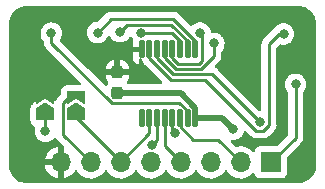
<source format=gtl>
G04 #@! TF.GenerationSoftware,KiCad,Pcbnew,(6.0.0)*
G04 #@! TF.CreationDate,2023-12-03T01:04:49-08:00*
G04 #@! TF.ProjectId,8BitSerialDACBoard,38426974-5365-4726-9961-6c444143426f,rev?*
G04 #@! TF.SameCoordinates,Original*
G04 #@! TF.FileFunction,Copper,L1,Top*
G04 #@! TF.FilePolarity,Positive*
%FSLAX46Y46*%
G04 Gerber Fmt 4.6, Leading zero omitted, Abs format (unit mm)*
G04 Created by KiCad (PCBNEW (6.0.0)) date 2023-12-03 01:04:49*
%MOMM*%
%LPD*%
G01*
G04 APERTURE LIST*
G04 Aperture macros list*
%AMRoundRect*
0 Rectangle with rounded corners*
0 $1 Rounding radius*
0 $2 $3 $4 $5 $6 $7 $8 $9 X,Y pos of 4 corners*
0 Add a 4 corners polygon primitive as box body*
4,1,4,$2,$3,$4,$5,$6,$7,$8,$9,$2,$3,0*
0 Add four circle primitives for the rounded corners*
1,1,$1+$1,$2,$3*
1,1,$1+$1,$4,$5*
1,1,$1+$1,$6,$7*
1,1,$1+$1,$8,$9*
0 Add four rect primitives between the rounded corners*
20,1,$1+$1,$2,$3,$4,$5,0*
20,1,$1+$1,$4,$5,$6,$7,0*
20,1,$1+$1,$6,$7,$8,$9,0*
20,1,$1+$1,$8,$9,$2,$3,0*%
%AMFreePoly0*
4,1,6,0.500000,-0.750000,-0.650000,-0.750000,-0.150000,0.000000,-0.650000,0.750000,0.500000,0.750000,0.500000,-0.750000,0.500000,-0.750000,$1*%
%AMFreePoly1*
4,1,6,1.000000,0.000000,0.500000,-0.750000,-0.500000,-0.750000,-0.500000,0.750000,0.500000,0.750000,1.000000,0.000000,1.000000,0.000000,$1*%
G04 Aperture macros list end*
G04 #@! TA.AperFunction,SMDPad,CuDef*
%ADD10RoundRect,0.112500X-0.112500X0.637500X-0.112500X-0.637500X0.112500X-0.637500X0.112500X0.637500X0*%
G04 #@! TD*
G04 #@! TA.AperFunction,SMDPad,CuDef*
%ADD11FreePoly0,90.000000*%
G04 #@! TD*
G04 #@! TA.AperFunction,SMDPad,CuDef*
%ADD12FreePoly1,90.000000*%
G04 #@! TD*
G04 #@! TA.AperFunction,ComponentPad*
%ADD13R,1.700000X1.700000*%
G04 #@! TD*
G04 #@! TA.AperFunction,ComponentPad*
%ADD14O,1.700000X1.700000*%
G04 #@! TD*
G04 #@! TA.AperFunction,SMDPad,CuDef*
%ADD15RoundRect,0.237500X0.237500X-0.300000X0.237500X0.300000X-0.237500X0.300000X-0.237500X-0.300000X0*%
G04 #@! TD*
G04 #@! TA.AperFunction,ViaPad*
%ADD16C,0.800000*%
G04 #@! TD*
G04 #@! TA.AperFunction,Conductor*
%ADD17C,0.250000*%
G04 #@! TD*
G04 #@! TA.AperFunction,Conductor*
%ADD18C,0.500000*%
G04 #@! TD*
G04 APERTURE END LIST*
D10*
X142980000Y-91730000D03*
X142330000Y-91730000D03*
X141680000Y-91730000D03*
X141030000Y-91730000D03*
X140380000Y-91730000D03*
X139730000Y-91730000D03*
X139080000Y-91730000D03*
X138430000Y-91730000D03*
X138430000Y-97530000D03*
X139080000Y-97530000D03*
X139730000Y-97530000D03*
X140380000Y-97530000D03*
X141030000Y-97530000D03*
X141680000Y-97530000D03*
X142330000Y-97530000D03*
X142980000Y-97530000D03*
D11*
X130290000Y-95785000D03*
D12*
X130290000Y-97235000D03*
D11*
X132850000Y-95785000D03*
D12*
X132850000Y-97235000D03*
D13*
X149370000Y-101300000D03*
D14*
X146830000Y-101300000D03*
X144290000Y-101300000D03*
X141750000Y-101300000D03*
X139210000Y-101300000D03*
X136670000Y-101300000D03*
X134130000Y-101300000D03*
X131590000Y-101300000D03*
D15*
X136390000Y-95400000D03*
X136390000Y-93675000D03*
D16*
X133450000Y-88450000D03*
X146400000Y-88510000D03*
X152580000Y-102170000D03*
X152610000Y-89040000D03*
X152780000Y-94540000D03*
X152800000Y-96570000D03*
X128120000Y-96160000D03*
X128210000Y-101960000D03*
X128160000Y-94290000D03*
X128250000Y-89070000D03*
X146190000Y-98480000D03*
X130290000Y-98650000D03*
X141233482Y-98826120D03*
X139303322Y-99853504D03*
X143380000Y-90340000D03*
X144548897Y-91228306D03*
X148450000Y-97890000D03*
X151470000Y-94700000D03*
X150450000Y-90420000D03*
X138420000Y-90350000D03*
X130790000Y-90360000D03*
X134710000Y-90310000D03*
X136600000Y-90230000D03*
D17*
X144389040Y-93829040D02*
X148450000Y-97890000D01*
X141111001Y-93829040D02*
X144389040Y-93829040D01*
D18*
X145240000Y-97530000D02*
X146190000Y-98480000D01*
X142980000Y-97530000D02*
X145240000Y-97530000D01*
D17*
X132295000Y-95785000D02*
X132850000Y-95785000D01*
X131775480Y-96304520D02*
X132295000Y-95785000D01*
X131775480Y-98945480D02*
X131775480Y-96304520D01*
X134130000Y-101300000D02*
X131775480Y-98945480D01*
X130290000Y-98650000D02*
X130290000Y-97235000D01*
X141030000Y-98622638D02*
X141233482Y-98826120D01*
X141030000Y-97530000D02*
X141030000Y-98622638D01*
X139730000Y-99426826D02*
X139303322Y-99853504D01*
X139730000Y-97530000D02*
X139730000Y-99426826D01*
X139080000Y-98815386D02*
X139080000Y-97530000D01*
X136670000Y-101225386D02*
X139080000Y-98815386D01*
X136670000Y-101300000D02*
X136670000Y-101225386D01*
X132850000Y-97480000D02*
X136670000Y-101300000D01*
X132850000Y-97235000D02*
X132850000Y-97480000D01*
X130790000Y-91150000D02*
X130790000Y-90360000D01*
X135902020Y-96262020D02*
X130790000Y-91150000D01*
X141638638Y-96262020D02*
X135902020Y-96262020D01*
X142330000Y-97530000D02*
X142330000Y-96953382D01*
X142330000Y-96953382D02*
X141638638Y-96262020D01*
D18*
X141730533Y-95400000D02*
X136390000Y-95400000D01*
X142980000Y-96649467D02*
X141730533Y-95400000D01*
X142980000Y-97530000D02*
X142980000Y-96649467D01*
D17*
X141680000Y-98248039D02*
X141680000Y-97530000D01*
X142811961Y-99380000D02*
X141680000Y-98248039D01*
X144910000Y-99380000D02*
X142811961Y-99380000D01*
X146830000Y-101300000D02*
X144910000Y-99380000D01*
X141750000Y-101300000D02*
X140380000Y-99930000D01*
X140380000Y-99930000D02*
X140380000Y-97530000D01*
X151470000Y-99200000D02*
X151470000Y-94700000D01*
X149370000Y-101300000D02*
X151470000Y-99200000D01*
X149220000Y-98144614D02*
X149220000Y-91310000D01*
X148750103Y-98614511D02*
X149220000Y-98144614D01*
X148149897Y-98614511D02*
X148750103Y-98614511D01*
X143813946Y-94278560D02*
X148149897Y-98614511D01*
X149220000Y-91310000D02*
X150110000Y-90420000D01*
X150110000Y-90420000D02*
X150450000Y-90420000D01*
X140910521Y-94278560D02*
X143813946Y-94278560D01*
X139080000Y-92448039D02*
X140910521Y-94278560D01*
X139080000Y-91730000D02*
X139080000Y-92448039D01*
X139730000Y-92448039D02*
X141111001Y-93829040D01*
X139730000Y-91730000D02*
X139730000Y-92448039D01*
X144548897Y-92318897D02*
X144548897Y-91228306D01*
X143488274Y-93379520D02*
X144548897Y-92318897D01*
X140380000Y-92448039D02*
X141311481Y-93379520D01*
X140380000Y-91730000D02*
X140380000Y-92448039D01*
X141311481Y-93379520D02*
X143488274Y-93379520D01*
X141030000Y-92448039D02*
X141030000Y-91730000D01*
X141511961Y-92930000D02*
X141030000Y-92448039D01*
X143529520Y-90489520D02*
X143529520Y-92700480D01*
X143529520Y-92700480D02*
X143300000Y-92930000D01*
X143300000Y-92930000D02*
X141511961Y-92930000D01*
X143380000Y-90340000D02*
X143529520Y-90489520D01*
X141128039Y-89160000D02*
X135860000Y-89160000D01*
X135860000Y-89160000D02*
X134710000Y-90310000D01*
X142980000Y-91011961D02*
X141128039Y-89160000D01*
X142980000Y-91730000D02*
X142980000Y-91011961D01*
X137204511Y-89625489D02*
X136600000Y-90230000D01*
X140943528Y-89625489D02*
X137204511Y-89625489D01*
X142330000Y-91011961D02*
X140943528Y-89625489D01*
X142330000Y-91730000D02*
X142330000Y-91011961D01*
X141018039Y-90350000D02*
X138420000Y-90350000D01*
X141680000Y-91730000D02*
X141680000Y-91011961D01*
X141680000Y-91011961D02*
X141018039Y-90350000D01*
G04 #@! TA.AperFunction,Conductor*
G36*
X151690056Y-88049500D02*
G01*
X151691431Y-88049714D01*
X151704859Y-88051805D01*
X151704861Y-88051805D01*
X151713730Y-88053186D01*
X151722632Y-88052022D01*
X151722634Y-88052022D01*
X151728959Y-88051195D01*
X151754282Y-88050452D01*
X151900552Y-88060913D01*
X151923343Y-88062543D01*
X151941137Y-88065101D01*
X152131540Y-88106521D01*
X152148788Y-88111586D01*
X152331358Y-88179682D01*
X152347710Y-88187149D01*
X152413020Y-88222810D01*
X152518734Y-88280534D01*
X152533848Y-88290248D01*
X152623683Y-88357497D01*
X152689842Y-88407023D01*
X152703428Y-88418796D01*
X152841204Y-88556572D01*
X152852977Y-88570158D01*
X152969752Y-88726152D01*
X152979466Y-88741266D01*
X153037190Y-88846980D01*
X153072851Y-88912290D01*
X153080318Y-88928642D01*
X153148414Y-89111212D01*
X153153480Y-89128462D01*
X153194899Y-89318863D01*
X153197457Y-89336658D01*
X153208497Y-89491017D01*
X153209041Y-89498629D01*
X153208297Y-89516533D01*
X153208195Y-89524858D01*
X153206814Y-89533730D01*
X153207978Y-89542632D01*
X153207978Y-89542635D01*
X153210936Y-89565251D01*
X153212000Y-89581589D01*
X153212000Y-101470310D01*
X153211032Y-101485895D01*
X153206861Y-101519357D01*
X153208295Y-101528216D01*
X153208295Y-101528219D01*
X153209295Y-101534394D01*
X153210805Y-101559774D01*
X153203840Y-101726883D01*
X153201779Y-101744921D01*
X153166206Y-101934095D01*
X153161574Y-101951650D01*
X153099181Y-102133752D01*
X153092074Y-102150458D01*
X153004162Y-102321697D01*
X152994728Y-102337208D01*
X152899587Y-102470896D01*
X152883117Y-102494038D01*
X152871554Y-102508031D01*
X152818246Y-102563812D01*
X152738560Y-102647195D01*
X152725103Y-102659383D01*
X152573493Y-102777986D01*
X152558427Y-102788112D01*
X152501513Y-102820671D01*
X152391340Y-102883698D01*
X152374987Y-102891548D01*
X152195883Y-102962136D01*
X152178565Y-102967555D01*
X151991200Y-103011663D01*
X151973275Y-103014540D01*
X151904278Y-103020558D01*
X151813712Y-103028456D01*
X151796498Y-103028003D01*
X151796498Y-103028004D01*
X151787527Y-103028028D01*
X151778632Y-103026778D01*
X151751762Y-103030699D01*
X151733625Y-103032020D01*
X149519113Y-103032980D01*
X128755447Y-103041982D01*
X128739166Y-103040933D01*
X128721437Y-103038631D01*
X128707492Y-103036820D01*
X128698630Y-103038208D01*
X128698625Y-103038208D01*
X128692536Y-103039162D01*
X128667076Y-103040538D01*
X128502050Y-103032715D01*
X128483882Y-103030523D01*
X128297052Y-102994062D01*
X128279393Y-102989262D01*
X128202233Y-102962133D01*
X128099809Y-102926121D01*
X128083036Y-102918815D01*
X127914502Y-102830332D01*
X127898959Y-102820671D01*
X127745006Y-102708698D01*
X127731038Y-102696897D01*
X127594932Y-102563809D01*
X127582815Y-102550102D01*
X127467422Y-102398701D01*
X127457416Y-102383380D01*
X127365175Y-102216869D01*
X127357493Y-102200259D01*
X127290345Y-102022143D01*
X127285150Y-102004597D01*
X127264390Y-101909603D01*
X127244508Y-101818623D01*
X127241911Y-101800513D01*
X127230885Y-101642785D01*
X127231639Y-101625600D01*
X127231623Y-101625600D01*
X127231759Y-101616625D01*
X127233166Y-101607756D01*
X127229017Y-101575297D01*
X127228550Y-101567966D01*
X130258257Y-101567966D01*
X130288565Y-101702446D01*
X130291645Y-101712275D01*
X130371770Y-101909603D01*
X130376413Y-101918794D01*
X130487694Y-102100388D01*
X130493777Y-102108699D01*
X130633213Y-102269667D01*
X130640580Y-102276883D01*
X130804434Y-102412916D01*
X130812881Y-102418831D01*
X130996756Y-102526279D01*
X131006042Y-102530729D01*
X131205001Y-102606703D01*
X131214899Y-102609579D01*
X131318250Y-102630606D01*
X131332299Y-102629410D01*
X131336000Y-102619065D01*
X131336000Y-101572115D01*
X131331525Y-101556876D01*
X131330135Y-101555671D01*
X131322452Y-101554000D01*
X130273225Y-101554000D01*
X130259694Y-101557973D01*
X130258257Y-101567966D01*
X127228550Y-101567966D01*
X127228000Y-101559321D01*
X127228000Y-101034183D01*
X130254389Y-101034183D01*
X130255912Y-101042607D01*
X130268292Y-101046000D01*
X131317885Y-101046000D01*
X131333124Y-101041525D01*
X131334329Y-101040135D01*
X131336000Y-101032452D01*
X131336000Y-99983102D01*
X131332082Y-99969758D01*
X131317806Y-99967771D01*
X131279324Y-99973660D01*
X131269288Y-99976051D01*
X131066868Y-100042212D01*
X131057359Y-100046209D01*
X130868463Y-100144542D01*
X130859738Y-100150036D01*
X130689433Y-100277905D01*
X130681726Y-100284748D01*
X130534590Y-100438717D01*
X130528104Y-100446727D01*
X130408098Y-100622649D01*
X130403000Y-100631623D01*
X130313338Y-100824783D01*
X130309775Y-100834470D01*
X130254389Y-101034183D01*
X127228000Y-101034183D01*
X127228000Y-97735000D01*
X129026271Y-97735000D01*
X129031500Y-97808111D01*
X129072696Y-97948411D01*
X129077567Y-97955990D01*
X129146878Y-98063841D01*
X129146880Y-98063844D01*
X129151750Y-98071421D01*
X129158560Y-98077322D01*
X129255445Y-98161274D01*
X129255448Y-98161276D01*
X129262257Y-98167176D01*
X129270454Y-98170920D01*
X129270455Y-98170920D01*
X129359773Y-98211710D01*
X129413429Y-98258203D01*
X129433431Y-98326324D01*
X129427264Y-98365260D01*
X129414147Y-98405632D01*
X129396458Y-98460072D01*
X129395768Y-98466633D01*
X129395768Y-98466635D01*
X129389559Y-98525712D01*
X129376496Y-98650000D01*
X129377186Y-98656565D01*
X129393362Y-98810467D01*
X129396458Y-98839928D01*
X129455473Y-99021556D01*
X129458776Y-99027278D01*
X129458777Y-99027279D01*
X129482385Y-99068169D01*
X129550960Y-99186944D01*
X129555378Y-99191851D01*
X129555379Y-99191852D01*
X129629168Y-99273803D01*
X129678747Y-99328866D01*
X129759645Y-99387642D01*
X129814337Y-99427378D01*
X129833248Y-99441118D01*
X129839276Y-99443802D01*
X129839278Y-99443803D01*
X129985420Y-99508869D01*
X130007712Y-99518794D01*
X130101112Y-99538647D01*
X130188056Y-99557128D01*
X130188061Y-99557128D01*
X130194513Y-99558500D01*
X130385487Y-99558500D01*
X130391939Y-99557128D01*
X130391944Y-99557128D01*
X130478888Y-99538647D01*
X130572288Y-99518794D01*
X130594580Y-99508869D01*
X130740722Y-99443803D01*
X130740724Y-99443802D01*
X130746752Y-99441118D01*
X130765664Y-99427378D01*
X130820355Y-99387642D01*
X130901253Y-99328866D01*
X130950832Y-99273803D01*
X131004678Y-99214001D01*
X131065124Y-99176761D01*
X131136108Y-99178113D01*
X131195092Y-99217627D01*
X131208031Y-99239420D01*
X131209193Y-99238781D01*
X131213007Y-99245720D01*
X131215928Y-99253097D01*
X131220590Y-99259513D01*
X131220590Y-99259514D01*
X131241916Y-99288867D01*
X131248432Y-99298787D01*
X131266221Y-99328866D01*
X131270938Y-99336842D01*
X131285259Y-99351163D01*
X131298099Y-99366196D01*
X131310008Y-99382587D01*
X131316112Y-99387637D01*
X131316117Y-99387642D01*
X131344078Y-99410773D01*
X131352859Y-99418763D01*
X131807975Y-99873880D01*
X131842000Y-99936192D01*
X131840697Y-99965795D01*
X131844000Y-99965795D01*
X131844000Y-102618517D01*
X131848064Y-102632359D01*
X131861478Y-102634393D01*
X131868184Y-102633534D01*
X131878262Y-102631392D01*
X132082255Y-102570191D01*
X132091842Y-102566433D01*
X132283095Y-102472739D01*
X132291945Y-102467464D01*
X132465328Y-102343792D01*
X132473200Y-102337139D01*
X132624052Y-102186812D01*
X132630730Y-102178965D01*
X132758022Y-102001819D01*
X132759279Y-102002722D01*
X132806373Y-101959362D01*
X132876311Y-101947145D01*
X132941751Y-101974678D01*
X132969579Y-102006511D01*
X132979158Y-102022143D01*
X133029987Y-102105088D01*
X133176250Y-102273938D01*
X133348126Y-102416632D01*
X133541000Y-102529338D01*
X133749692Y-102609030D01*
X133754760Y-102610061D01*
X133754763Y-102610062D01*
X133849862Y-102629410D01*
X133968597Y-102653567D01*
X133973772Y-102653757D01*
X133973774Y-102653757D01*
X134186673Y-102661564D01*
X134186677Y-102661564D01*
X134191837Y-102661753D01*
X134196957Y-102661097D01*
X134196959Y-102661097D01*
X134408288Y-102634025D01*
X134408289Y-102634025D01*
X134413416Y-102633368D01*
X134418366Y-102631883D01*
X134622429Y-102570661D01*
X134622434Y-102570659D01*
X134627384Y-102569174D01*
X134827994Y-102470896D01*
X135009860Y-102341173D01*
X135168096Y-102183489D01*
X135188509Y-102155082D01*
X135298453Y-102002077D01*
X135299776Y-102003028D01*
X135346645Y-101959857D01*
X135416580Y-101947625D01*
X135482026Y-101975144D01*
X135509875Y-102006994D01*
X135519158Y-102022143D01*
X135569987Y-102105088D01*
X135716250Y-102273938D01*
X135888126Y-102416632D01*
X136081000Y-102529338D01*
X136289692Y-102609030D01*
X136294760Y-102610061D01*
X136294763Y-102610062D01*
X136389862Y-102629410D01*
X136508597Y-102653567D01*
X136513772Y-102653757D01*
X136513774Y-102653757D01*
X136726673Y-102661564D01*
X136726677Y-102661564D01*
X136731837Y-102661753D01*
X136736957Y-102661097D01*
X136736959Y-102661097D01*
X136948288Y-102634025D01*
X136948289Y-102634025D01*
X136953416Y-102633368D01*
X136958366Y-102631883D01*
X137162429Y-102570661D01*
X137162434Y-102570659D01*
X137167384Y-102569174D01*
X137367994Y-102470896D01*
X137549860Y-102341173D01*
X137708096Y-102183489D01*
X137728509Y-102155082D01*
X137838453Y-102002077D01*
X137839776Y-102003028D01*
X137886645Y-101959857D01*
X137956580Y-101947625D01*
X138022026Y-101975144D01*
X138049875Y-102006994D01*
X138059158Y-102022143D01*
X138109987Y-102105088D01*
X138256250Y-102273938D01*
X138428126Y-102416632D01*
X138621000Y-102529338D01*
X138829692Y-102609030D01*
X138834760Y-102610061D01*
X138834763Y-102610062D01*
X138929862Y-102629410D01*
X139048597Y-102653567D01*
X139053772Y-102653757D01*
X139053774Y-102653757D01*
X139266673Y-102661564D01*
X139266677Y-102661564D01*
X139271837Y-102661753D01*
X139276957Y-102661097D01*
X139276959Y-102661097D01*
X139488288Y-102634025D01*
X139488289Y-102634025D01*
X139493416Y-102633368D01*
X139498366Y-102631883D01*
X139702429Y-102570661D01*
X139702434Y-102570659D01*
X139707384Y-102569174D01*
X139907994Y-102470896D01*
X140089860Y-102341173D01*
X140248096Y-102183489D01*
X140268509Y-102155082D01*
X140378453Y-102002077D01*
X140379776Y-102003028D01*
X140426645Y-101959857D01*
X140496580Y-101947625D01*
X140562026Y-101975144D01*
X140589875Y-102006994D01*
X140599158Y-102022143D01*
X140649987Y-102105088D01*
X140796250Y-102273938D01*
X140968126Y-102416632D01*
X141161000Y-102529338D01*
X141369692Y-102609030D01*
X141374760Y-102610061D01*
X141374763Y-102610062D01*
X141469862Y-102629410D01*
X141588597Y-102653567D01*
X141593772Y-102653757D01*
X141593774Y-102653757D01*
X141806673Y-102661564D01*
X141806677Y-102661564D01*
X141811837Y-102661753D01*
X141816957Y-102661097D01*
X141816959Y-102661097D01*
X142028288Y-102634025D01*
X142028289Y-102634025D01*
X142033416Y-102633368D01*
X142038366Y-102631883D01*
X142242429Y-102570661D01*
X142242434Y-102570659D01*
X142247384Y-102569174D01*
X142447994Y-102470896D01*
X142629860Y-102341173D01*
X142788096Y-102183489D01*
X142808509Y-102155082D01*
X142918453Y-102002077D01*
X142919776Y-102003028D01*
X142966645Y-101959857D01*
X143036580Y-101947625D01*
X143102026Y-101975144D01*
X143129875Y-102006994D01*
X143139158Y-102022143D01*
X143189987Y-102105088D01*
X143336250Y-102273938D01*
X143508126Y-102416632D01*
X143701000Y-102529338D01*
X143909692Y-102609030D01*
X143914760Y-102610061D01*
X143914763Y-102610062D01*
X144009862Y-102629410D01*
X144128597Y-102653567D01*
X144133772Y-102653757D01*
X144133774Y-102653757D01*
X144346673Y-102661564D01*
X144346677Y-102661564D01*
X144351837Y-102661753D01*
X144356957Y-102661097D01*
X144356959Y-102661097D01*
X144568288Y-102634025D01*
X144568289Y-102634025D01*
X144573416Y-102633368D01*
X144578366Y-102631883D01*
X144782429Y-102570661D01*
X144782434Y-102570659D01*
X144787384Y-102569174D01*
X144987994Y-102470896D01*
X145169860Y-102341173D01*
X145328096Y-102183489D01*
X145348509Y-102155082D01*
X145458453Y-102002077D01*
X145459776Y-102003028D01*
X145506645Y-101959857D01*
X145576580Y-101947625D01*
X145642026Y-101975144D01*
X145669875Y-102006994D01*
X145679158Y-102022143D01*
X145729987Y-102105088D01*
X145876250Y-102273938D01*
X146048126Y-102416632D01*
X146241000Y-102529338D01*
X146449692Y-102609030D01*
X146454760Y-102610061D01*
X146454763Y-102610062D01*
X146549862Y-102629410D01*
X146668597Y-102653567D01*
X146673772Y-102653757D01*
X146673774Y-102653757D01*
X146886673Y-102661564D01*
X146886677Y-102661564D01*
X146891837Y-102661753D01*
X146896957Y-102661097D01*
X146896959Y-102661097D01*
X147108288Y-102634025D01*
X147108289Y-102634025D01*
X147113416Y-102633368D01*
X147118366Y-102631883D01*
X147322429Y-102570661D01*
X147322434Y-102570659D01*
X147327384Y-102569174D01*
X147527994Y-102470896D01*
X147709860Y-102341173D01*
X147818091Y-102233319D01*
X147880462Y-102199404D01*
X147951268Y-102204592D01*
X148008030Y-102247238D01*
X148025012Y-102278341D01*
X148069385Y-102396705D01*
X148156739Y-102513261D01*
X148273295Y-102600615D01*
X148409684Y-102651745D01*
X148471866Y-102658500D01*
X150268134Y-102658500D01*
X150330316Y-102651745D01*
X150466705Y-102600615D01*
X150583261Y-102513261D01*
X150670615Y-102396705D01*
X150721745Y-102260316D01*
X150728500Y-102198134D01*
X150728500Y-100889594D01*
X150748502Y-100821473D01*
X150765405Y-100800499D01*
X151862247Y-99703657D01*
X151870537Y-99696113D01*
X151877018Y-99692000D01*
X151923659Y-99642332D01*
X151926413Y-99639491D01*
X151946134Y-99619770D01*
X151948612Y-99616575D01*
X151956318Y-99607553D01*
X151981158Y-99581101D01*
X151986586Y-99575321D01*
X151992732Y-99564142D01*
X151996346Y-99557568D01*
X152007199Y-99541045D01*
X152014753Y-99531306D01*
X152019613Y-99525041D01*
X152037176Y-99484457D01*
X152042383Y-99473827D01*
X152063695Y-99435060D01*
X152065666Y-99427383D01*
X152065668Y-99427378D01*
X152068732Y-99415442D01*
X152075138Y-99396730D01*
X152080034Y-99385417D01*
X152083181Y-99378145D01*
X152085074Y-99366197D01*
X152090097Y-99334481D01*
X152092504Y-99322860D01*
X152101528Y-99287711D01*
X152101528Y-99287710D01*
X152103500Y-99280030D01*
X152103500Y-99259769D01*
X152105051Y-99240058D01*
X152106979Y-99227885D01*
X152108219Y-99220057D01*
X152104059Y-99176046D01*
X152103500Y-99164189D01*
X152103500Y-95402524D01*
X152123502Y-95334403D01*
X152135858Y-95318221D01*
X152209040Y-95236944D01*
X152304527Y-95071556D01*
X152363542Y-94889928D01*
X152383504Y-94700000D01*
X152382380Y-94689304D01*
X152364232Y-94516635D01*
X152364232Y-94516633D01*
X152363542Y-94510072D01*
X152304527Y-94328444D01*
X152287203Y-94298437D01*
X152212341Y-94168774D01*
X152209040Y-94163056D01*
X152182639Y-94133734D01*
X152085675Y-94026045D01*
X152085674Y-94026044D01*
X152081253Y-94021134D01*
X151960601Y-93933475D01*
X151932094Y-93912763D01*
X151932093Y-93912762D01*
X151926752Y-93908882D01*
X151920724Y-93906198D01*
X151920722Y-93906197D01*
X151758319Y-93833891D01*
X151758318Y-93833891D01*
X151752288Y-93831206D01*
X151658888Y-93811353D01*
X151571944Y-93792872D01*
X151571939Y-93792872D01*
X151565487Y-93791500D01*
X151374513Y-93791500D01*
X151368061Y-93792872D01*
X151368056Y-93792872D01*
X151281112Y-93811353D01*
X151187712Y-93831206D01*
X151181682Y-93833891D01*
X151181681Y-93833891D01*
X151019278Y-93906197D01*
X151019276Y-93906198D01*
X151013248Y-93908882D01*
X151007907Y-93912762D01*
X151007906Y-93912763D01*
X150979399Y-93933475D01*
X150858747Y-94021134D01*
X150854326Y-94026044D01*
X150854325Y-94026045D01*
X150757362Y-94133734D01*
X150730960Y-94163056D01*
X150727659Y-94168774D01*
X150652798Y-94298437D01*
X150635473Y-94328444D01*
X150576458Y-94510072D01*
X150575768Y-94516633D01*
X150575768Y-94516635D01*
X150557620Y-94689304D01*
X150556496Y-94700000D01*
X150576458Y-94889928D01*
X150635473Y-95071556D01*
X150730960Y-95236944D01*
X150804137Y-95318215D01*
X150834853Y-95382221D01*
X150836500Y-95402524D01*
X150836500Y-98885405D01*
X150816498Y-98953526D01*
X150799595Y-98974500D01*
X149869500Y-99904595D01*
X149807188Y-99938621D01*
X149780405Y-99941500D01*
X148471866Y-99941500D01*
X148409684Y-99948255D01*
X148273295Y-99999385D01*
X148156739Y-100086739D01*
X148069385Y-100203295D01*
X148066233Y-100211703D01*
X148024919Y-100321907D01*
X147982277Y-100378671D01*
X147915716Y-100403371D01*
X147846367Y-100388163D01*
X147813743Y-100362476D01*
X147763151Y-100306875D01*
X147763142Y-100306866D01*
X147759670Y-100303051D01*
X147755619Y-100299852D01*
X147755615Y-100299848D01*
X147588414Y-100167800D01*
X147588410Y-100167798D01*
X147584359Y-100164598D01*
X147548028Y-100144542D01*
X147457240Y-100094425D01*
X147388789Y-100056638D01*
X147383920Y-100054914D01*
X147383916Y-100054912D01*
X147183087Y-99983795D01*
X147183083Y-99983794D01*
X147178212Y-99982069D01*
X147173119Y-99981162D01*
X147173116Y-99981161D01*
X146963373Y-99943800D01*
X146963367Y-99943799D01*
X146958284Y-99942894D01*
X146884452Y-99941992D01*
X146740081Y-99940228D01*
X146740079Y-99940228D01*
X146734911Y-99940165D01*
X146514091Y-99973955D01*
X146501532Y-99978060D01*
X146430568Y-99980210D01*
X146373294Y-99947389D01*
X146029500Y-99603595D01*
X145995474Y-99541283D01*
X146000539Y-99470468D01*
X146043086Y-99413632D01*
X146109606Y-99388821D01*
X146118595Y-99388500D01*
X146285487Y-99388500D01*
X146291939Y-99387128D01*
X146291944Y-99387128D01*
X146378888Y-99368647D01*
X146472288Y-99348794D01*
X146478319Y-99346109D01*
X146640722Y-99273803D01*
X146640724Y-99273802D01*
X146646752Y-99271118D01*
X146662373Y-99259769D01*
X146706257Y-99227885D01*
X146801253Y-99158866D01*
X146817469Y-99140856D01*
X146924621Y-99021852D01*
X146924622Y-99021851D01*
X146929040Y-99016944D01*
X147024527Y-98851556D01*
X147075396Y-98694998D01*
X147115468Y-98636394D01*
X147180865Y-98608757D01*
X147250822Y-98620864D01*
X147284323Y-98644841D01*
X147646240Y-99006758D01*
X147653784Y-99015048D01*
X147657897Y-99021529D01*
X147663674Y-99026954D01*
X147707564Y-99068169D01*
X147710406Y-99070924D01*
X147730128Y-99090646D01*
X147733270Y-99093083D01*
X147733330Y-99093130D01*
X147742342Y-99100828D01*
X147755775Y-99113442D01*
X147774576Y-99131097D01*
X147781519Y-99134914D01*
X147792328Y-99140856D01*
X147808850Y-99151709D01*
X147824856Y-99164125D01*
X147832134Y-99167275D01*
X147832135Y-99167275D01*
X147865434Y-99181685D01*
X147876084Y-99186902D01*
X147914837Y-99208206D01*
X147922512Y-99210177D01*
X147922513Y-99210177D01*
X147934459Y-99213244D01*
X147953164Y-99219648D01*
X147971752Y-99227692D01*
X147979575Y-99228931D01*
X147979585Y-99228934D01*
X148015421Y-99234610D01*
X148027041Y-99237016D01*
X148058856Y-99245184D01*
X148069867Y-99248011D01*
X148090121Y-99248011D01*
X148109831Y-99249562D01*
X148129840Y-99252731D01*
X148137732Y-99251985D01*
X148156477Y-99250213D01*
X148173859Y-99248570D01*
X148185716Y-99248011D01*
X148671336Y-99248011D01*
X148682519Y-99248538D01*
X148690012Y-99250213D01*
X148697938Y-99249964D01*
X148697939Y-99249964D01*
X148758089Y-99248073D01*
X148762048Y-99248011D01*
X148789959Y-99248011D01*
X148793894Y-99247514D01*
X148793959Y-99247506D01*
X148805796Y-99246573D01*
X148838054Y-99245559D01*
X148842073Y-99245433D01*
X148849992Y-99245184D01*
X148869446Y-99239532D01*
X148888803Y-99235524D01*
X148901033Y-99233979D01*
X148901034Y-99233979D01*
X148908900Y-99232985D01*
X148916271Y-99230066D01*
X148916273Y-99230066D01*
X148950015Y-99216707D01*
X148961245Y-99212862D01*
X148996086Y-99202740D01*
X148996087Y-99202740D01*
X149003696Y-99200529D01*
X149010515Y-99196496D01*
X149010520Y-99196494D01*
X149021131Y-99190218D01*
X149038879Y-99181523D01*
X149057720Y-99174063D01*
X149089587Y-99150911D01*
X149093490Y-99148075D01*
X149103410Y-99141559D01*
X149134638Y-99123091D01*
X149134641Y-99123089D01*
X149141465Y-99119053D01*
X149155786Y-99104732D01*
X149170820Y-99091891D01*
X149172534Y-99090646D01*
X149187210Y-99079983D01*
X149215401Y-99045906D01*
X149223391Y-99037127D01*
X149612247Y-98648271D01*
X149620537Y-98640727D01*
X149627018Y-98636614D01*
X149673659Y-98586946D01*
X149676413Y-98584105D01*
X149696135Y-98564383D01*
X149698619Y-98561181D01*
X149706317Y-98552169D01*
X149731161Y-98525712D01*
X149736586Y-98519935D01*
X149746347Y-98502180D01*
X149757198Y-98485661D01*
X149769614Y-98469655D01*
X149787174Y-98429077D01*
X149792391Y-98418427D01*
X149813695Y-98379674D01*
X149818733Y-98360051D01*
X149825137Y-98341348D01*
X149830033Y-98330034D01*
X149830033Y-98330033D01*
X149833181Y-98322759D01*
X149834420Y-98314936D01*
X149834423Y-98314926D01*
X149840099Y-98279090D01*
X149842505Y-98267470D01*
X149851528Y-98232325D01*
X149851528Y-98232324D01*
X149853500Y-98224644D01*
X149853500Y-98204390D01*
X149855051Y-98184679D01*
X149856980Y-98172500D01*
X149858220Y-98164671D01*
X149854059Y-98120652D01*
X149853500Y-98108795D01*
X149853500Y-91624595D01*
X149873502Y-91556474D01*
X149890405Y-91535500D01*
X150094100Y-91331805D01*
X150156412Y-91297779D01*
X150209392Y-91297654D01*
X150348047Y-91327127D01*
X150348060Y-91327128D01*
X150354513Y-91328500D01*
X150545487Y-91328500D01*
X150551939Y-91327128D01*
X150551944Y-91327128D01*
X150638888Y-91308647D01*
X150732288Y-91288794D01*
X150747292Y-91282114D01*
X150900722Y-91213803D01*
X150900724Y-91213802D01*
X150906752Y-91211118D01*
X150930601Y-91193791D01*
X150962157Y-91170864D01*
X151061253Y-91098866D01*
X151089046Y-91067999D01*
X151184621Y-90961852D01*
X151184622Y-90961851D01*
X151189040Y-90956944D01*
X151284527Y-90791556D01*
X151343542Y-90609928D01*
X151347908Y-90568394D01*
X151362814Y-90426565D01*
X151363504Y-90420000D01*
X151343542Y-90230072D01*
X151284527Y-90048444D01*
X151189040Y-89883056D01*
X151104671Y-89789354D01*
X151065675Y-89746045D01*
X151065674Y-89746044D01*
X151061253Y-89741134D01*
X150951143Y-89661134D01*
X150912094Y-89632763D01*
X150912093Y-89632762D01*
X150906752Y-89628882D01*
X150900724Y-89626198D01*
X150900722Y-89626197D01*
X150738319Y-89553891D01*
X150738318Y-89553891D01*
X150732288Y-89551206D01*
X150638888Y-89531353D01*
X150551944Y-89512872D01*
X150551939Y-89512872D01*
X150545487Y-89511500D01*
X150354513Y-89511500D01*
X150348061Y-89512872D01*
X150348056Y-89512872D01*
X150261113Y-89531353D01*
X150167712Y-89551206D01*
X150161682Y-89553891D01*
X150161681Y-89553891D01*
X149999278Y-89626197D01*
X149999276Y-89626198D01*
X149993248Y-89628882D01*
X149987907Y-89632762D01*
X149987906Y-89632763D01*
X149948857Y-89661134D01*
X149838747Y-89741134D01*
X149834326Y-89746044D01*
X149834325Y-89746045D01*
X149795330Y-89789354D01*
X149710960Y-89883056D01*
X149707659Y-89888774D01*
X149667602Y-89958155D01*
X149655564Y-89975474D01*
X149644701Y-89988604D01*
X149636715Y-89997380D01*
X148827747Y-90806348D01*
X148819461Y-90813888D01*
X148812982Y-90818000D01*
X148807557Y-90823777D01*
X148766357Y-90867651D01*
X148763602Y-90870493D01*
X148743865Y-90890230D01*
X148741385Y-90893427D01*
X148733682Y-90902447D01*
X148703414Y-90934679D01*
X148699595Y-90941625D01*
X148699593Y-90941628D01*
X148693652Y-90952434D01*
X148682801Y-90968953D01*
X148670386Y-90984959D01*
X148667241Y-90992228D01*
X148667238Y-90992232D01*
X148652826Y-91025537D01*
X148647609Y-91036187D01*
X148626305Y-91074940D01*
X148624334Y-91082615D01*
X148624334Y-91082616D01*
X148621267Y-91094562D01*
X148614863Y-91113266D01*
X148606819Y-91131855D01*
X148605580Y-91139678D01*
X148605577Y-91139688D01*
X148599901Y-91175524D01*
X148597495Y-91187144D01*
X148591340Y-91211118D01*
X148586500Y-91229970D01*
X148586500Y-91250224D01*
X148584949Y-91269934D01*
X148581780Y-91289943D01*
X148582526Y-91297835D01*
X148585941Y-91333961D01*
X148586500Y-91345819D01*
X148586500Y-96826406D01*
X148566498Y-96894527D01*
X148512842Y-96941020D01*
X148442568Y-96951124D01*
X148377988Y-96921630D01*
X148371405Y-96915501D01*
X144892692Y-93436787D01*
X144885152Y-93428501D01*
X144881040Y-93422022D01*
X144831388Y-93375396D01*
X144828547Y-93372642D01*
X144808810Y-93352905D01*
X144805613Y-93350425D01*
X144796591Y-93342720D01*
X144764361Y-93312454D01*
X144757415Y-93308635D01*
X144757412Y-93308633D01*
X144746606Y-93302692D01*
X144730087Y-93291841D01*
X144720344Y-93284284D01*
X144720345Y-93284284D01*
X144714081Y-93279426D01*
X144708279Y-93276915D01*
X144660313Y-93225542D01*
X144647608Y-93155692D01*
X144674684Y-93090061D01*
X144683810Y-93079888D01*
X144941144Y-92822554D01*
X144949434Y-92815010D01*
X144955915Y-92810897D01*
X144982934Y-92782125D01*
X145002555Y-92761230D01*
X145005310Y-92758388D01*
X145025031Y-92738667D01*
X145027509Y-92735472D01*
X145035215Y-92726450D01*
X145042148Y-92719067D01*
X145065483Y-92694218D01*
X145075243Y-92676465D01*
X145086096Y-92659942D01*
X145093650Y-92650203D01*
X145098510Y-92643938D01*
X145116073Y-92603354D01*
X145121280Y-92592724D01*
X145142592Y-92553957D01*
X145144563Y-92546280D01*
X145144565Y-92546275D01*
X145147629Y-92534339D01*
X145154035Y-92515627D01*
X145158931Y-92504314D01*
X145162078Y-92497042D01*
X145165149Y-92477656D01*
X145168994Y-92453378D01*
X145171401Y-92441757D01*
X145180425Y-92406608D01*
X145180425Y-92406607D01*
X145182397Y-92398927D01*
X145182397Y-92378666D01*
X145183948Y-92358955D01*
X145185876Y-92346782D01*
X145187116Y-92338954D01*
X145182956Y-92294943D01*
X145182397Y-92283086D01*
X145182397Y-91930830D01*
X145202399Y-91862709D01*
X145214755Y-91846527D01*
X145287937Y-91765250D01*
X145383424Y-91599862D01*
X145442439Y-91418234D01*
X145462401Y-91228306D01*
X145460877Y-91213803D01*
X145443129Y-91044941D01*
X145443129Y-91044939D01*
X145442439Y-91038378D01*
X145383424Y-90856750D01*
X145377763Y-90846944D01*
X145305946Y-90722554D01*
X145287937Y-90691362D01*
X145280919Y-90683567D01*
X145164572Y-90554351D01*
X145164571Y-90554350D01*
X145160150Y-90549440D01*
X145005649Y-90437188D01*
X144999621Y-90434504D01*
X144999619Y-90434503D01*
X144837216Y-90362197D01*
X144837215Y-90362197D01*
X144831185Y-90359512D01*
X144737785Y-90339659D01*
X144650841Y-90321178D01*
X144650836Y-90321178D01*
X144644384Y-90319806D01*
X144453410Y-90319806D01*
X144446957Y-90321178D01*
X144446953Y-90321178D01*
X144434837Y-90323754D01*
X144431802Y-90324399D01*
X144361011Y-90318997D01*
X144304379Y-90276180D01*
X144280295Y-90214323D01*
X144274232Y-90156634D01*
X144274231Y-90156631D01*
X144273542Y-90150072D01*
X144214527Y-89968444D01*
X144197207Y-89938444D01*
X144122341Y-89808774D01*
X144119040Y-89803056D01*
X144097177Y-89778774D01*
X143995675Y-89666045D01*
X143995674Y-89666044D01*
X143991253Y-89661134D01*
X143871616Y-89574212D01*
X143842094Y-89552763D01*
X143842093Y-89552762D01*
X143836752Y-89548882D01*
X143830724Y-89546198D01*
X143830722Y-89546197D01*
X143668319Y-89473891D01*
X143668318Y-89473891D01*
X143662288Y-89471206D01*
X143568888Y-89451353D01*
X143481944Y-89432872D01*
X143481939Y-89432872D01*
X143475487Y-89431500D01*
X143284513Y-89431500D01*
X143278061Y-89432872D01*
X143278056Y-89432872D01*
X143191113Y-89451353D01*
X143097712Y-89471206D01*
X143091682Y-89473891D01*
X143091681Y-89473891D01*
X142929278Y-89546197D01*
X142929276Y-89546198D01*
X142923248Y-89548882D01*
X142917907Y-89552762D01*
X142917906Y-89552763D01*
X142803279Y-89636045D01*
X142768747Y-89661134D01*
X142764326Y-89666044D01*
X142742140Y-89690683D01*
X142681693Y-89727922D01*
X142610710Y-89726569D01*
X142559410Y-89695466D01*
X141631691Y-88767747D01*
X141624151Y-88759461D01*
X141620039Y-88752982D01*
X141594073Y-88728598D01*
X141570388Y-88706357D01*
X141567546Y-88703602D01*
X141547809Y-88683865D01*
X141544612Y-88681385D01*
X141535590Y-88673680D01*
X141531436Y-88669779D01*
X141503360Y-88643414D01*
X141496414Y-88639595D01*
X141496411Y-88639593D01*
X141485605Y-88633652D01*
X141469086Y-88622801D01*
X141468622Y-88622441D01*
X141453080Y-88610386D01*
X141445811Y-88607241D01*
X141445807Y-88607238D01*
X141412502Y-88592826D01*
X141401852Y-88587609D01*
X141363099Y-88566305D01*
X141343476Y-88561267D01*
X141324773Y-88554863D01*
X141313459Y-88549967D01*
X141313458Y-88549967D01*
X141306184Y-88546819D01*
X141298361Y-88545580D01*
X141298351Y-88545577D01*
X141262515Y-88539901D01*
X141250895Y-88537495D01*
X141215750Y-88528472D01*
X141215749Y-88528472D01*
X141208069Y-88526500D01*
X141187815Y-88526500D01*
X141168104Y-88524949D01*
X141155925Y-88523020D01*
X141148096Y-88521780D01*
X141118825Y-88524547D01*
X141104078Y-88525941D01*
X141092220Y-88526500D01*
X135938768Y-88526500D01*
X135927585Y-88525973D01*
X135920092Y-88524298D01*
X135912166Y-88524547D01*
X135912165Y-88524547D01*
X135852002Y-88526438D01*
X135848044Y-88526500D01*
X135820144Y-88526500D01*
X135816154Y-88527004D01*
X135804320Y-88527936D01*
X135760111Y-88529326D01*
X135752495Y-88531539D01*
X135752493Y-88531539D01*
X135740652Y-88534979D01*
X135721293Y-88538988D01*
X135719983Y-88539154D01*
X135701203Y-88541526D01*
X135693837Y-88544442D01*
X135693831Y-88544444D01*
X135660098Y-88557800D01*
X135648868Y-88561645D01*
X135632828Y-88566305D01*
X135606407Y-88573981D01*
X135599584Y-88578016D01*
X135588966Y-88584295D01*
X135571213Y-88592992D01*
X135563568Y-88596019D01*
X135552383Y-88600448D01*
X135538705Y-88610386D01*
X135516612Y-88626437D01*
X135506695Y-88632951D01*
X135468638Y-88655458D01*
X135454317Y-88669779D01*
X135439284Y-88682619D01*
X135422893Y-88694528D01*
X135417843Y-88700632D01*
X135417838Y-88700637D01*
X135394707Y-88728598D01*
X135386717Y-88737379D01*
X134759499Y-89364596D01*
X134697187Y-89398621D01*
X134670404Y-89401500D01*
X134614513Y-89401500D01*
X134608061Y-89402872D01*
X134608056Y-89402872D01*
X134521112Y-89421353D01*
X134427712Y-89441206D01*
X134421682Y-89443891D01*
X134421681Y-89443891D01*
X134259278Y-89516197D01*
X134259276Y-89516198D01*
X134253248Y-89518882D01*
X134247907Y-89522762D01*
X134247906Y-89522763D01*
X134224182Y-89540000D01*
X134098747Y-89631134D01*
X134094326Y-89636044D01*
X134094325Y-89636045D01*
X133999703Y-89741134D01*
X133970960Y-89773056D01*
X133875473Y-89938444D01*
X133816458Y-90120072D01*
X133815768Y-90126633D01*
X133815768Y-90126635D01*
X133804974Y-90229338D01*
X133796496Y-90310000D01*
X133797186Y-90316565D01*
X133809582Y-90434503D01*
X133816458Y-90499928D01*
X133875473Y-90681556D01*
X133878776Y-90687278D01*
X133878777Y-90687279D01*
X133884436Y-90697080D01*
X133970960Y-90846944D01*
X133975378Y-90851851D01*
X133975379Y-90851852D01*
X134092512Y-90981941D01*
X134098747Y-90988866D01*
X134163894Y-91036198D01*
X134246354Y-91096109D01*
X134253248Y-91101118D01*
X134259276Y-91103802D01*
X134259278Y-91103803D01*
X134380976Y-91157986D01*
X134427712Y-91178794D01*
X134498573Y-91193856D01*
X134608056Y-91217128D01*
X134608061Y-91217128D01*
X134614513Y-91218500D01*
X134805487Y-91218500D01*
X134811939Y-91217128D01*
X134811944Y-91217128D01*
X134921427Y-91193856D01*
X134992288Y-91178794D01*
X135039024Y-91157986D01*
X135160722Y-91103803D01*
X135160724Y-91103802D01*
X135166752Y-91101118D01*
X135173647Y-91096109D01*
X135256106Y-91036198D01*
X135321253Y-90988866D01*
X135327488Y-90981941D01*
X135444621Y-90851852D01*
X135444622Y-90851851D01*
X135449040Y-90846944D01*
X135535564Y-90697080D01*
X135541223Y-90687279D01*
X135541224Y-90687278D01*
X135544527Y-90681556D01*
X135546569Y-90675271D01*
X135546571Y-90675267D01*
X135553275Y-90654635D01*
X135593349Y-90596030D01*
X135658746Y-90568394D01*
X135728703Y-90580502D01*
X135782226Y-90630573D01*
X135860960Y-90766944D01*
X135865378Y-90771851D01*
X135865379Y-90771852D01*
X135951637Y-90867651D01*
X135988747Y-90908866D01*
X136087843Y-90980864D01*
X136104202Y-90992749D01*
X136143248Y-91021118D01*
X136149276Y-91023802D01*
X136149278Y-91023803D01*
X136311681Y-91096109D01*
X136317712Y-91098794D01*
X136411112Y-91118647D01*
X136498056Y-91137128D01*
X136498061Y-91137128D01*
X136504513Y-91138500D01*
X136695487Y-91138500D01*
X136701939Y-91137128D01*
X136701944Y-91137128D01*
X136788888Y-91118647D01*
X136882288Y-91098794D01*
X136888319Y-91096109D01*
X137050722Y-91023803D01*
X137050724Y-91023802D01*
X137056752Y-91021118D01*
X137095799Y-90992749D01*
X137112157Y-90980864D01*
X137211253Y-90908866D01*
X137248363Y-90867651D01*
X137334621Y-90771852D01*
X137334622Y-90771851D01*
X137339040Y-90766944D01*
X137359472Y-90731556D01*
X137366368Y-90719611D01*
X137417750Y-90670617D01*
X137487463Y-90657180D01*
X137553375Y-90683567D01*
X137583744Y-90722554D01*
X137585473Y-90721556D01*
X137680960Y-90886944D01*
X137681444Y-90887482D01*
X137704570Y-90952295D01*
X137701593Y-90981941D01*
X137702720Y-90982147D01*
X137699264Y-91001071D01*
X137697193Y-91027375D01*
X137697000Y-91032302D01*
X137697000Y-91486885D01*
X137701475Y-91502124D01*
X137702865Y-91503329D01*
X137710548Y-91505000D01*
X138322897Y-91505000D01*
X138391018Y-91525002D01*
X138437511Y-91578658D01*
X138447684Y-91645359D01*
X138446500Y-91649970D01*
X138446500Y-91919240D01*
X138426498Y-91987361D01*
X138372842Y-92033854D01*
X138302568Y-92043958D01*
X138237988Y-92014464D01*
X138202997Y-91960018D01*
X138199135Y-91956671D01*
X138191452Y-91955000D01*
X137715115Y-91955000D01*
X137699876Y-91959475D01*
X137698671Y-91960865D01*
X137697000Y-91968548D01*
X137697000Y-92427699D01*
X137697193Y-92432625D01*
X137699264Y-92458929D01*
X137701562Y-92471516D01*
X137741295Y-92608276D01*
X137747542Y-92622712D01*
X137819278Y-92744011D01*
X137828918Y-92756438D01*
X137928562Y-92856082D01*
X137940989Y-92865722D01*
X138062288Y-92937458D01*
X138076724Y-92943705D01*
X138187605Y-92975919D01*
X138201706Y-92975879D01*
X138205000Y-92968610D01*
X138205000Y-92592270D01*
X138225002Y-92524149D01*
X138278658Y-92477656D01*
X138348932Y-92467552D01*
X138413512Y-92497046D01*
X138451997Y-92557118D01*
X138454978Y-92567379D01*
X138458987Y-92586739D01*
X138461526Y-92606836D01*
X138464445Y-92614207D01*
X138464445Y-92614209D01*
X138477804Y-92647951D01*
X138481649Y-92659181D01*
X138493982Y-92701632D01*
X138498015Y-92708451D01*
X138498017Y-92708456D01*
X138504293Y-92719067D01*
X138512988Y-92736815D01*
X138520448Y-92755656D01*
X138525110Y-92762072D01*
X138525110Y-92762073D01*
X138546436Y-92791426D01*
X138552952Y-92801346D01*
X138565495Y-92822554D01*
X138575458Y-92839401D01*
X138589779Y-92853722D01*
X138602619Y-92868755D01*
X138614528Y-92885146D01*
X138620632Y-92890196D01*
X138620853Y-92890431D01*
X138648854Y-92945781D01*
X138649896Y-92945475D01*
X138651552Y-92951114D01*
X138652902Y-92953783D01*
X138653159Y-92956588D01*
X138658973Y-92976389D01*
X138679916Y-92979400D01*
X138744497Y-93008893D01*
X138751079Y-93015022D01*
X140162462Y-94426405D01*
X140196488Y-94488717D01*
X140191423Y-94559532D01*
X140148876Y-94616368D01*
X140082356Y-94641179D01*
X140073367Y-94641500D01*
X137316534Y-94641500D01*
X137248413Y-94621498D01*
X137201920Y-94567842D01*
X137191816Y-94497568D01*
X137217651Y-94437409D01*
X137220375Y-94433960D01*
X137303912Y-94298437D01*
X137310056Y-94285259D01*
X137360315Y-94133734D01*
X137363181Y-94120368D01*
X137372672Y-94027730D01*
X137373000Y-94021315D01*
X137373000Y-93947115D01*
X137368525Y-93931876D01*
X137367135Y-93930671D01*
X137359452Y-93929000D01*
X135425115Y-93929000D01*
X135409876Y-93933475D01*
X135408671Y-93934865D01*
X135407000Y-93942548D01*
X135407000Y-94021266D01*
X135407337Y-94027782D01*
X135417075Y-94121632D01*
X135419968Y-94135028D01*
X135470488Y-94286453D01*
X135476653Y-94299615D01*
X135560426Y-94434992D01*
X135569464Y-94446394D01*
X135571139Y-94448067D01*
X135571919Y-94449493D01*
X135574007Y-94452127D01*
X135573556Y-94452484D01*
X135605219Y-94510349D01*
X135600216Y-94581169D01*
X135571299Y-94626254D01*
X135568476Y-94629083D01*
X135563071Y-94634497D01*
X135559229Y-94640729D01*
X135559228Y-94640731D01*
X135496969Y-94741732D01*
X135444197Y-94789225D01*
X135374125Y-94800647D01*
X135309002Y-94772373D01*
X135300615Y-94764710D01*
X133938790Y-93402885D01*
X135407000Y-93402885D01*
X135411475Y-93418124D01*
X135412865Y-93419329D01*
X135420548Y-93421000D01*
X136117885Y-93421000D01*
X136133124Y-93416525D01*
X136134329Y-93415135D01*
X136136000Y-93407452D01*
X136136000Y-93402885D01*
X136644000Y-93402885D01*
X136648475Y-93418124D01*
X136649865Y-93419329D01*
X136657548Y-93421000D01*
X137354885Y-93421000D01*
X137370124Y-93416525D01*
X137371329Y-93415135D01*
X137373000Y-93407452D01*
X137373000Y-93328734D01*
X137372663Y-93322218D01*
X137362925Y-93228368D01*
X137360032Y-93214972D01*
X137309512Y-93063547D01*
X137303347Y-93050385D01*
X137219574Y-92915008D01*
X137210540Y-92903610D01*
X137097871Y-92791137D01*
X137086460Y-92782125D01*
X136950937Y-92698588D01*
X136937759Y-92692444D01*
X136786234Y-92642185D01*
X136772868Y-92639319D01*
X136680230Y-92629828D01*
X136673815Y-92629500D01*
X136662115Y-92629500D01*
X136646876Y-92633975D01*
X136645671Y-92635365D01*
X136644000Y-92643048D01*
X136644000Y-93402885D01*
X136136000Y-93402885D01*
X136136000Y-92647615D01*
X136131525Y-92632376D01*
X136130135Y-92631171D01*
X136122452Y-92629500D01*
X136106234Y-92629500D01*
X136099718Y-92629837D01*
X136005868Y-92639575D01*
X135992472Y-92642468D01*
X135841047Y-92692988D01*
X135827885Y-92699153D01*
X135692508Y-92782926D01*
X135681110Y-92791960D01*
X135568637Y-92904629D01*
X135559625Y-92916040D01*
X135476088Y-93051563D01*
X135469944Y-93064741D01*
X135419685Y-93216266D01*
X135416819Y-93229632D01*
X135407328Y-93322270D01*
X135407000Y-93328685D01*
X135407000Y-93402885D01*
X133938790Y-93402885D01*
X131562197Y-91026292D01*
X131528171Y-90963980D01*
X131533236Y-90893165D01*
X131542173Y-90874197D01*
X131621223Y-90737279D01*
X131621224Y-90737278D01*
X131624527Y-90731556D01*
X131683542Y-90549928D01*
X131703504Y-90360000D01*
X131699424Y-90321178D01*
X131684232Y-90176635D01*
X131684232Y-90176633D01*
X131683542Y-90170072D01*
X131624527Y-89988444D01*
X131529040Y-89823056D01*
X131516181Y-89808774D01*
X131405675Y-89686045D01*
X131405674Y-89686044D01*
X131401253Y-89681134D01*
X131246752Y-89568882D01*
X131240724Y-89566198D01*
X131240722Y-89566197D01*
X131078319Y-89493891D01*
X131078318Y-89493891D01*
X131072288Y-89491206D01*
X130971741Y-89469834D01*
X130891944Y-89452872D01*
X130891939Y-89452872D01*
X130885487Y-89451500D01*
X130694513Y-89451500D01*
X130688061Y-89452872D01*
X130688056Y-89452872D01*
X130608259Y-89469834D01*
X130507712Y-89491206D01*
X130501682Y-89493891D01*
X130501681Y-89493891D01*
X130339278Y-89566197D01*
X130339276Y-89566198D01*
X130333248Y-89568882D01*
X130178747Y-89681134D01*
X130174326Y-89686044D01*
X130174325Y-89686045D01*
X130063820Y-89808774D01*
X130050960Y-89823056D01*
X129955473Y-89988444D01*
X129896458Y-90170072D01*
X129895768Y-90176633D01*
X129895768Y-90176635D01*
X129880576Y-90321178D01*
X129876496Y-90360000D01*
X129896458Y-90549928D01*
X129955473Y-90731556D01*
X130050960Y-90896944D01*
X130124137Y-90978215D01*
X130154853Y-91042221D01*
X130156500Y-91062524D01*
X130156500Y-91071233D01*
X130155973Y-91082416D01*
X130154298Y-91089909D01*
X130154547Y-91097835D01*
X130154547Y-91097836D01*
X130156438Y-91157986D01*
X130156500Y-91161945D01*
X130156500Y-91189856D01*
X130156997Y-91193790D01*
X130156997Y-91193791D01*
X130157005Y-91193856D01*
X130157938Y-91205693D01*
X130159327Y-91249889D01*
X130161829Y-91258500D01*
X130164978Y-91269339D01*
X130168987Y-91288700D01*
X130171526Y-91308797D01*
X130174445Y-91316168D01*
X130174445Y-91316170D01*
X130187804Y-91349912D01*
X130191649Y-91361142D01*
X130203982Y-91403593D01*
X130208015Y-91410412D01*
X130208017Y-91410417D01*
X130214293Y-91421028D01*
X130222988Y-91438776D01*
X130230448Y-91457617D01*
X130235110Y-91464033D01*
X130235110Y-91464034D01*
X130256436Y-91493387D01*
X130262952Y-91503307D01*
X130275783Y-91525002D01*
X130285458Y-91541362D01*
X130299779Y-91555683D01*
X130312619Y-91570716D01*
X130324528Y-91587107D01*
X130330634Y-91592158D01*
X130358605Y-91615298D01*
X130367384Y-91623288D01*
X133300271Y-94556176D01*
X133334297Y-94618488D01*
X133329232Y-94689304D01*
X133286685Y-94746139D01*
X133220165Y-94770950D01*
X133211176Y-94771271D01*
X132100000Y-94771271D01*
X132068014Y-94773559D01*
X132033627Y-94776018D01*
X132033626Y-94776018D01*
X132026889Y-94776500D01*
X131947382Y-94799845D01*
X131895235Y-94815157D01*
X131895233Y-94815158D01*
X131886589Y-94817696D01*
X131879010Y-94822567D01*
X131771159Y-94891878D01*
X131771156Y-94891880D01*
X131763579Y-94896750D01*
X131757678Y-94903560D01*
X131673726Y-95000445D01*
X131673724Y-95000448D01*
X131667824Y-95007257D01*
X131607081Y-95140266D01*
X131586271Y-95285000D01*
X131586271Y-95545634D01*
X131566269Y-95613755D01*
X131549366Y-95634729D01*
X131383227Y-95800868D01*
X131374941Y-95808408D01*
X131368462Y-95812520D01*
X131363037Y-95818297D01*
X131321837Y-95862171D01*
X131319082Y-95865013D01*
X131299345Y-95884750D01*
X131296865Y-95887947D01*
X131289162Y-95896967D01*
X131258894Y-95929199D01*
X131255075Y-95936145D01*
X131255073Y-95936148D01*
X131249132Y-95946954D01*
X131238281Y-95963473D01*
X131225866Y-95979479D01*
X131222721Y-95986748D01*
X131222718Y-95986752D01*
X131208306Y-96020057D01*
X131203084Y-96030717D01*
X131190517Y-96053577D01*
X131140173Y-96103636D01*
X131070756Y-96118530D01*
X131010210Y-96097715D01*
X130575449Y-95807874D01*
X130574966Y-95807552D01*
X130560442Y-95798218D01*
X130446467Y-95748464D01*
X130434692Y-95743324D01*
X130434691Y-95743324D01*
X130426431Y-95739718D01*
X130417490Y-95738585D01*
X130417488Y-95738585D01*
X130290307Y-95722476D01*
X130290305Y-95722476D01*
X130281368Y-95721344D01*
X130137004Y-95744582D01*
X130061863Y-95780436D01*
X130009095Y-95805614D01*
X130009092Y-95805616D01*
X130005034Y-95807552D01*
X129255034Y-96307552D01*
X129203579Y-96346750D01*
X129199328Y-96351656D01*
X129113726Y-96450445D01*
X129113724Y-96450448D01*
X129107824Y-96457257D01*
X129047081Y-96590266D01*
X129045798Y-96599189D01*
X129044411Y-96608837D01*
X129026271Y-96735000D01*
X129026271Y-97735000D01*
X127228000Y-97735000D01*
X127228000Y-89574212D01*
X127229541Y-89554565D01*
X127229647Y-89553891D01*
X127233172Y-89531564D01*
X127231218Y-89516372D01*
X127230532Y-89491017D01*
X127237360Y-89398621D01*
X127242959Y-89322863D01*
X127245572Y-89305021D01*
X127287343Y-89115646D01*
X127292480Y-89098352D01*
X127360872Y-88916889D01*
X127368428Y-88900504D01*
X127462037Y-88730673D01*
X127471856Y-88715534D01*
X127483113Y-88700637D01*
X127588765Y-88560813D01*
X127600646Y-88547233D01*
X127610482Y-88537495D01*
X127738459Y-88410796D01*
X127752146Y-88399062D01*
X127908043Y-88283702D01*
X127923268Y-88274043D01*
X128094032Y-88182141D01*
X128110489Y-88174750D01*
X128292639Y-88108178D01*
X128309978Y-88103216D01*
X128499754Y-88063349D01*
X128517632Y-88060913D01*
X128678810Y-88050625D01*
X128696474Y-88051498D01*
X128705026Y-88051670D01*
X128713877Y-88053120D01*
X128747956Y-88048938D01*
X128763302Y-88048000D01*
X151670672Y-88048000D01*
X151690056Y-88049500D01*
G37*
G04 #@! TD.AperFunction*
M02*

</source>
